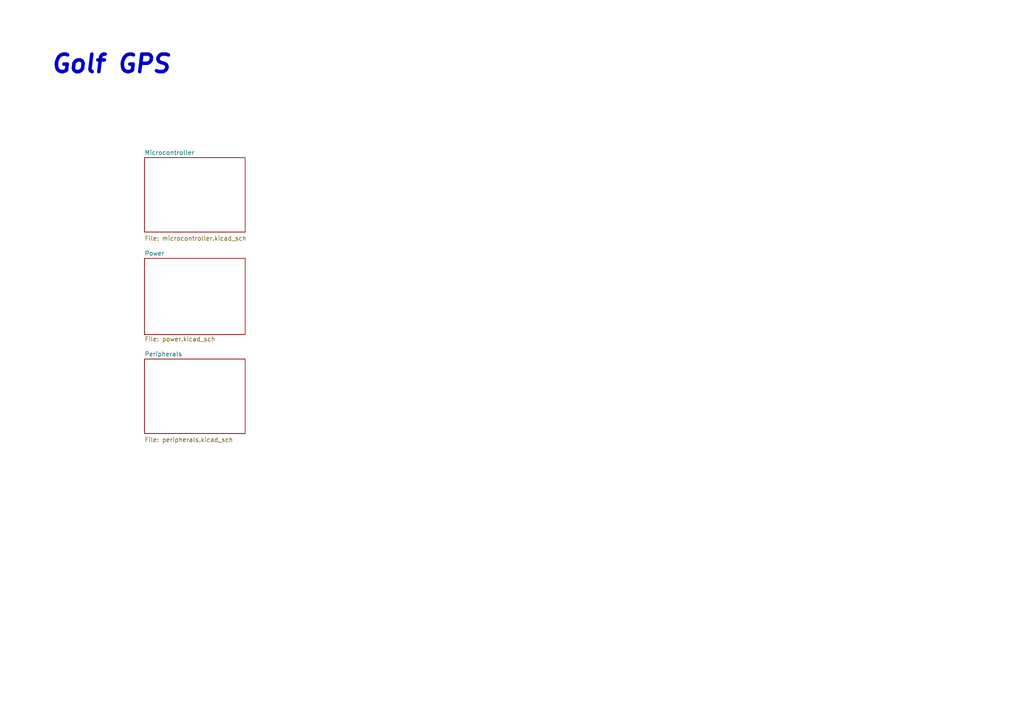
<source format=kicad_sch>
(kicad_sch
	(version 20231120)
	(generator "eeschema")
	(generator_version "8.0")
	(uuid "af7c48c8-d9c3-4e82-ac7d-cbe8954aa654")
	(paper "A4")
	(title_block
		(title "Golf GPS")
		(date "2025-06-18")
		(rev "0")
		(company "Brady Kuhn")
	)
	(lib_symbols)
	(text "Golf GPS"
		(exclude_from_sim no)
		(at 14.478 15.748 0)
		(effects
			(font
				(size 5.08 5.08)
				(thickness 1.016)
				(bold yes)
				(italic yes)
			)
			(justify left top)
		)
		(uuid "ecf0bbc4-48fd-4b30-9241-a98f3424e93a")
	)
	(sheet
		(at 41.91 45.72)
		(size 29.21 21.59)
		(fields_autoplaced yes)
		(stroke
			(width 0.1524)
			(type solid)
		)
		(fill
			(color 0 0 0 0.0000)
		)
		(uuid "33aaa396-8732-453d-8cc2-db0e551e4c59")
		(property "Sheetname" "Microcontroller"
			(at 41.91 45.0084 0)
			(effects
				(font
					(size 1.27 1.27)
				)
				(justify left bottom)
			)
		)
		(property "Sheetfile" "microcontroller.kicad_sch"
			(at 41.91 68.4026 0)
			(effects
				(font
					(size 1.27 1.27)
				)
				(justify left top)
			)
		)
		(instances
			(project "golf-gps"
				(path "/af7c48c8-d9c3-4e82-ac7d-cbe8954aa654"
					(page "3")
				)
			)
		)
	)
	(sheet
		(at 41.91 104.14)
		(size 29.21 21.59)
		(fields_autoplaced yes)
		(stroke
			(width 0.1524)
			(type solid)
		)
		(fill
			(color 0 0 0 0.0000)
		)
		(uuid "659223a2-9d31-48a3-b1b1-5a9edf995c88")
		(property "Sheetname" "Peripherals"
			(at 41.91 103.4284 0)
			(effects
				(font
					(size 1.27 1.27)
				)
				(justify left bottom)
			)
		)
		(property "Sheetfile" "peripherals.kicad_sch"
			(at 41.91 126.8226 0)
			(effects
				(font
					(size 1.27 1.27)
				)
				(justify left top)
			)
		)
		(instances
			(project "golf-gps"
				(path "/af7c48c8-d9c3-4e82-ac7d-cbe8954aa654"
					(page "4")
				)
			)
		)
	)
	(sheet
		(at 41.91 74.93)
		(size 29.21 22.098)
		(fields_autoplaced yes)
		(stroke
			(width 0.1524)
			(type solid)
		)
		(fill
			(color 0 0 0 0.0000)
		)
		(uuid "85090442-ade3-4199-8614-07d13b35dd1e")
		(property "Sheetname" "Power"
			(at 41.91 74.2184 0)
			(effects
				(font
					(size 1.27 1.27)
				)
				(justify left bottom)
			)
		)
		(property "Sheetfile" "power.kicad_sch"
			(at 41.91 97.6126 0)
			(effects
				(font
					(size 1.27 1.27)
				)
				(justify left top)
			)
		)
		(instances
			(project "golf-gps"
				(path "/af7c48c8-d9c3-4e82-ac7d-cbe8954aa654"
					(page "2")
				)
			)
		)
	)
	(sheet_instances
		(path "/"
			(page "1")
		)
	)
)

</source>
